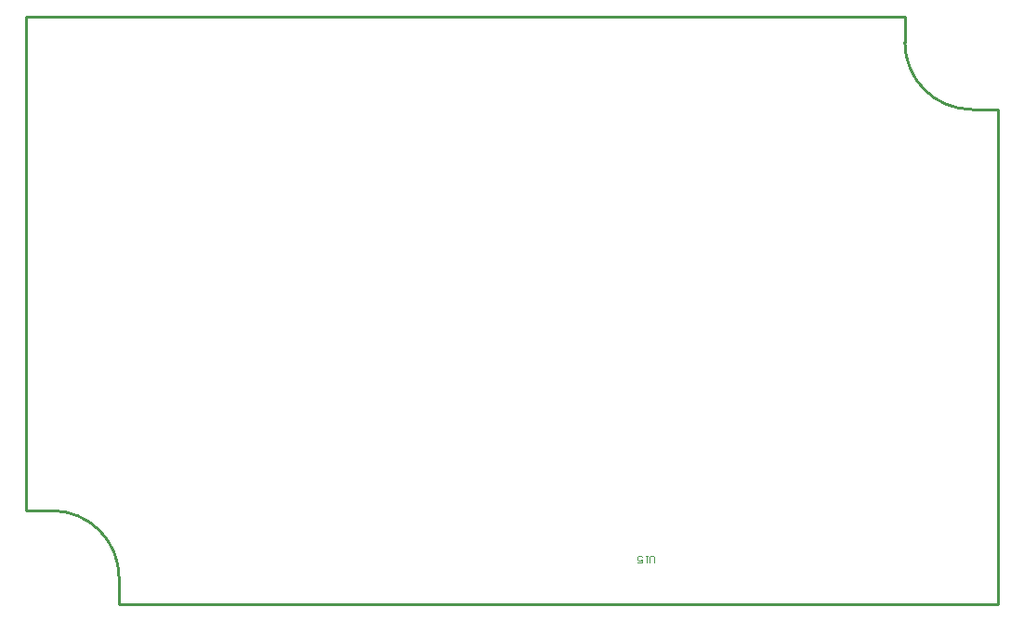
<source format=gm1>
G04*
G04 #@! TF.GenerationSoftware,Altium Limited,Altium Designer,20.2.4 (192)*
G04*
G04 Layer_Color=16711935*
%FSLAX44Y44*%
%MOMM*%
G71*
G04*
G04 #@! TF.SameCoordinates,742EB62A-7AE8-4A69-8DF3-B4F61E8DB2E3*
G04*
G04*
G04 #@! TF.FilePolarity,Positive*
G04*
G01*
G75*
%ADD10C,0.2540*%
%ADD11C,0.1000*%
D10*
X716000Y512123D02*
G03*
X777123Y451000I61123J0D01*
G01*
X0Y23877D02*
G03*
X-61123Y85000I-61123J-0D01*
G01*
X-85000Y536000D02*
X716000D01*
X0Y0D02*
X801000D01*
X-85000Y85000D02*
X-61123D01*
X777123Y451000D02*
X801000D01*
X801000Y0D02*
Y451000D01*
X-85000Y85000D02*
Y536000D01*
X0Y0D02*
Y23877D01*
X716000Y512123D02*
Y536000D01*
D11*
X487522Y37690D02*
Y42688D01*
X486522Y43688D01*
X484523D01*
X483523Y42688D01*
Y37690D01*
X481524Y43688D02*
X479524D01*
X480524D01*
Y37690D01*
X481524Y38690D01*
X472527Y37690D02*
X476525D01*
Y40689D01*
X474526Y39689D01*
X473526D01*
X472527Y40689D01*
Y42688D01*
X473526Y43688D01*
X475526D01*
X476525Y42688D01*
M02*

</source>
